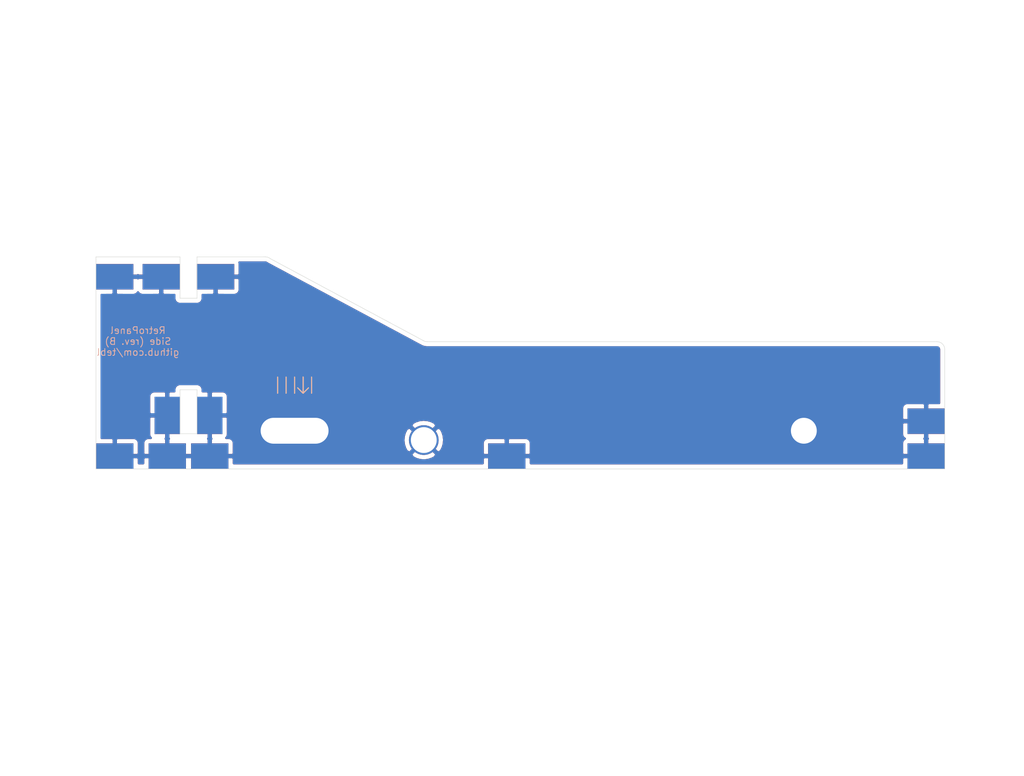
<source format=kicad_pcb>
(kicad_pcb (version 20171130) (host pcbnew "(5.1.8)-1")

  (general
    (thickness 1.6)
    (drawings 48)
    (tracks 0)
    (zones 0)
    (modules 14)
    (nets 2)
  )

  (page A4)
  (layers
    (0 F.Cu signal)
    (31 B.Cu signal)
    (32 B.Adhes user)
    (33 F.Adhes user)
    (34 B.Paste user)
    (35 F.Paste user)
    (36 B.SilkS user)
    (37 F.SilkS user)
    (38 B.Mask user)
    (39 F.Mask user)
    (40 Dwgs.User user)
    (41 Cmts.User user)
    (42 Eco1.User user)
    (43 Eco2.User user)
    (44 Edge.Cuts user)
    (45 Margin user)
    (46 B.CrtYd user)
    (47 F.CrtYd user)
    (48 B.Fab user hide)
    (49 F.Fab user)
  )

  (setup
    (last_trace_width 0.25)
    (trace_clearance 0.2)
    (zone_clearance 0.508)
    (zone_45_only no)
    (trace_min 0.2)
    (via_size 0.8)
    (via_drill 0.4)
    (via_min_size 0.4)
    (via_min_drill 0.3)
    (uvia_size 0.3)
    (uvia_drill 0.1)
    (uvias_allowed no)
    (uvia_min_size 0.2)
    (uvia_min_drill 0.1)
    (edge_width 0.05)
    (segment_width 0.2)
    (pcb_text_width 0.3)
    (pcb_text_size 1.5 1.5)
    (mod_edge_width 0.12)
    (mod_text_size 1 1)
    (mod_text_width 0.15)
    (pad_size 1.524 1.524)
    (pad_drill 0.762)
    (pad_to_mask_clearance 0)
    (aux_axis_origin 0 0)
    (grid_origin 141.09 121.579)
    (visible_elements 7FFFFFFF)
    (pcbplotparams
      (layerselection 0x011fc_ffffffff)
      (usegerberextensions true)
      (usegerberattributes false)
      (usegerberadvancedattributes false)
      (creategerberjobfile false)
      (excludeedgelayer true)
      (linewidth 0.100000)
      (plotframeref false)
      (viasonmask false)
      (mode 1)
      (useauxorigin false)
      (hpglpennumber 1)
      (hpglpenspeed 20)
      (hpglpendiameter 15.000000)
      (psnegative false)
      (psa4output false)
      (plotreference true)
      (plotvalue true)
      (plotinvisibletext false)
      (padsonsilk false)
      (subtractmaskfromsilk false)
      (outputformat 1)
      (mirror false)
      (drillshape 0)
      (scaleselection 1)
      (outputdirectory "export/"))
  )

  (net 0 "")
  (net 1 GND)

  (net_class Default "This is the default net class."
    (clearance 0.2)
    (trace_width 0.25)
    (via_dia 0.8)
    (via_drill 0.4)
    (uvia_dia 0.3)
    (uvia_drill 0.1)
  )

  (net_class PWR ""
    (clearance 0.2)
    (trace_width 0.381)
    (via_dia 0.8)
    (via_drill 0.4)
    (uvia_dia 0.3)
    (uvia_drill 0.1)
    (add_net GND)
  )

  (module mounting:M3_adjustable (layer F.Cu) (tedit 636EE1DE) (tstamp 636F3EDF)
    (at 125 95.5)
    (descr "module 1 pin (ou trou mecanique de percage)")
    (tags DEV)
    (path /6282631C)
    (fp_text reference M1 (at 0 -3.048) (layer F.Fab) hide
      (effects (font (size 1 1) (thickness 0.15)))
    )
    (fp_text value Mounting_Pin (at 0 3) (layer F.Fab) hide
      (effects (font (size 1 1) (thickness 0.15)))
    )
    (fp_circle (center 0 0) (end 2 0.8) (layer F.Fab) (width 0.1))
    (fp_circle (center 0 0) (end 2.6 0) (layer F.CrtYd) (width 0.05))
    (pad 1 thru_hole oval (at 0 0) (size 12 7) (drill oval 8 3.048) (layers *.Cu *.Mask)
      (net 1 GND) (solder_mask_margin 0.8))
  )

  (module RetroPanel:Pad_pin (layer F.Cu) (tedit 6359AF0E) (tstamp 6359B513)
    (at 103.8155 98.4904 270)
    (descr "module 1 pin (ou trou mecanique de percage)")
    (tags DEV)
    (path /637AD750)
    (fp_text reference M10 (at 0 -4.445 90) (layer F.Fab) hide
      (effects (font (size 1 1) (thickness 0.15)))
    )
    (fp_text value Mounting_Pad (at 0 -3.175 90) (layer F.Fab) hide
      (effects (font (size 1 1) (thickness 0.15)))
    )
    (pad 1 smd rect (at 0 0 270) (size 3 4.4) (layers B.Cu B.Paste B.Mask)
      (net 1 GND))
    (pad 1 smd rect (at 0 0 270) (size 3 4.4) (layers F.Cu F.Paste F.Mask)
      (net 1 GND))
  )

  (module RetroPanel:Pad_pin (layer F.Cu) (tedit 6359AF0E) (tstamp 6359AFD2)
    (at 110.0004 93.6898)
    (descr "module 1 pin (ou trou mecanique de percage)")
    (tags DEV)
    (path /637825FA)
    (fp_text reference M5 (at 0 -4.445) (layer F.Fab) hide
      (effects (font (size 1 1) (thickness 0.15)))
    )
    (fp_text value Mounting_Pad (at 0 -3.175) (layer F.Fab) hide
      (effects (font (size 1 1) (thickness 0.15)))
    )
    (pad 1 smd rect (at 0 0) (size 3 4.4) (layers B.Cu B.Paste B.Mask)
      (net 1 GND))
    (pad 1 smd rect (at 0 0) (size 3 4.4) (layers F.Cu F.Paste F.Mask)
      (net 1 GND))
  )

  (module RetroPanel:Pad_pin (layer F.Cu) (tedit 6359AF0E) (tstamp 6359C15B)
    (at 115.0042 98.4904 90)
    (descr "module 1 pin (ou trou mecanique de percage)")
    (tags DEV)
    (path /637928C6)
    (fp_text reference M6 (at 0 -4.445 90) (layer F.Fab) hide
      (effects (font (size 1 1) (thickness 0.15)))
    )
    (fp_text value Mounting_Pad (at 0 -3.175 90) (layer F.Fab) hide
      (effects (font (size 1 1) (thickness 0.15)))
    )
    (pad 1 smd rect (at 0 0 90) (size 3 4.4) (layers B.Cu B.Paste B.Mask)
      (net 1 GND))
    (pad 1 smd rect (at 0 0 90) (size 3 4.4) (layers F.Cu F.Paste F.Mask)
      (net 1 GND))
  )

  (module RetroPanel:Pad_pin (layer F.Cu) (tedit 6359AF0E) (tstamp 6359AC8A)
    (at 109.2892 77.3439 270)
    (descr "module 1 pin (ou trou mecanique de percage)")
    (tags DEV)
    (path /63790274)
    (fp_text reference M7 (at 0 -4.445 90) (layer F.Fab) hide
      (effects (font (size 1 1) (thickness 0.15)))
    )
    (fp_text value Mounting_Pad (at 0 -3.175 90) (layer F.Fab) hide
      (effects (font (size 1 1) (thickness 0.15)))
    )
    (pad 1 smd rect (at 0 0 270) (size 3 4.4) (layers B.Cu B.Paste B.Mask)
      (net 1 GND))
    (pad 1 smd rect (at 0 0 270) (size 3 4.4) (layers F.Cu F.Paste F.Mask)
      (net 1 GND))
  )

  (module RetroPanel:Pad_pin (layer F.Cu) (tedit 6359AF0E) (tstamp 6359B50D)
    (at 150 98.4904 90)
    (descr "module 1 pin (ou trou mecanique de percage)")
    (tags DEV)
    (path /637AD756)
    (fp_text reference M9 (at 0 -4.445 90) (layer F.Fab) hide
      (effects (font (size 1 1) (thickness 0.15)))
    )
    (fp_text value Mounting_Pad (at 0 -3.175 90) (layer F.Fab) hide
      (effects (font (size 1 1) (thickness 0.15)))
    )
    (pad 1 smd rect (at 0 0 90) (size 3 4.4) (layers B.Cu B.Paste B.Mask)
      (net 1 GND))
    (pad 1 smd rect (at 0 0 90) (size 3 4.4) (layers F.Cu F.Paste F.Mask)
      (net 1 GND))
  )

  (module RetroPanel:Pad_pin (layer F.Cu) (tedit 6359AF0E) (tstamp 6359B59F)
    (at 103.8028 77.3439 90)
    (descr "module 1 pin (ou trou mecanique de percage)")
    (tags DEV)
    (path /6378DDBA)
    (fp_text reference M8 (at 0 -4.445 90) (layer F.Fab) hide
      (effects (font (size 1 1) (thickness 0.15)))
    )
    (fp_text value Mounting_Pad (at 0 -3.175 90) (layer F.Fab) hide
      (effects (font (size 1 1) (thickness 0.15)))
    )
    (pad 1 smd rect (at 0 0 90) (size 3 4.4) (layers B.Cu B.Paste B.Mask)
      (net 1 GND))
    (pad 1 smd rect (at 0 0 90) (size 3 4.4) (layers F.Cu F.Paste F.Mask)
      (net 1 GND))
  )

  (module mounting:M3_pin (layer F.Cu) (tedit 5F76331A) (tstamp 6355E063)
    (at 140.22 96.599)
    (descr "module 1 pin (ou trou mecanique de percage)")
    (tags DEV)
    (path /62826D8F)
    (fp_text reference M3 (at 0 -3.048) (layer F.Fab) hide
      (effects (font (size 1 1) (thickness 0.15)))
    )
    (fp_text value Mounting_Pin (at 0 3) (layer F.Fab) hide
      (effects (font (size 1 1) (thickness 0.15)))
    )
    (fp_circle (center 0 0) (end 2.6 0) (layer F.CrtYd) (width 0.05))
    (fp_circle (center 0 0) (end 2 0.8) (layer F.Fab) (width 0.1))
    (pad 1 thru_hole circle (at 0 0) (size 3.5 3.5) (drill 3.048) (layers *.Cu *.Mask)
      (net 1 GND) (solder_mask_margin 0.8))
  )

  (module RetroPanel:Pad_pin (layer F.Cu) (tedit 6359AF0E) (tstamp 6359C1B6)
    (at 115.6901 77.3439 90)
    (descr "module 1 pin (ou trou mecanique de percage)")
    (tags DEV)
    (path /635B1EEE)
    (fp_text reference M4 (at 0 -4.445 90) (layer F.Fab) hide
      (effects (font (size 1 1) (thickness 0.15)))
    )
    (fp_text value Mounting_Pad (at 0 -3.175 90) (layer F.Fab) hide
      (effects (font (size 1 1) (thickness 0.15)))
    )
    (pad 1 smd rect (at 0 0 90) (size 3 4.4) (layers F.Cu F.Paste F.Mask)
      (net 1 GND))
    (pad 1 smd rect (at 0 0 90) (size 3 4.4) (layers B.Cu B.Paste B.Mask)
      (net 1 GND))
  )

  (module RetroPanel:Pad_pin (layer F.Cu) (tedit 6359AF0E) (tstamp 6359C23E)
    (at 115.0042 93.6898)
    (descr "module 1 pin (ou trou mecanique de percage)")
    (tags DEV)
    (path /635B4DD6)
    (fp_text reference M11 (at 0 -4.445) (layer F.Fab) hide
      (effects (font (size 1 1) (thickness 0.15)))
    )
    (fp_text value Mounting_Pad (at 0 -3.175) (layer F.Fab) hide
      (effects (font (size 1 1) (thickness 0.15)))
    )
    (pad 1 smd rect (at 0 0) (size 3 4.4) (layers F.Cu F.Paste F.Mask)
      (net 1 GND))
    (pad 1 smd rect (at 0 0) (size 3 4.4) (layers B.Cu B.Paste B.Mask)
      (net 1 GND))
  )

  (module RetroPanel:Pad_pin (layer F.Cu) (tedit 6359AF0E) (tstamp 6359C28F)
    (at 199.4084 98.4904 90)
    (descr "module 1 pin (ou trou mecanique de percage)")
    (tags DEV)
    (path /635B6874)
    (fp_text reference M12 (at 0 -4.445 90) (layer F.Fab) hide
      (effects (font (size 1 1) (thickness 0.15)))
    )
    (fp_text value Mounting_Pad (at 0 -3.175 90) (layer F.Fab) hide
      (effects (font (size 1 1) (thickness 0.15)))
    )
    (pad 1 smd rect (at 0 0 90) (size 3 4.4) (layers F.Cu F.Paste F.Mask)
      (net 1 GND))
    (pad 1 smd rect (at 0 0 90) (size 3 4.4) (layers B.Cu B.Paste B.Mask)
      (net 1 GND))
  )

  (module RetroPanel:Pad_pin (layer F.Cu) (tedit 6359AF0E) (tstamp 6359C2CD)
    (at 199.4084 94.3756 90)
    (descr "module 1 pin (ou trou mecanique de percage)")
    (tags DEV)
    (path /635B7F85)
    (fp_text reference M13 (at 0 -4.445 90) (layer F.Fab) hide
      (effects (font (size 1 1) (thickness 0.15)))
    )
    (fp_text value Mounting_Pad (at 0 -3.175 90) (layer F.Fab) hide
      (effects (font (size 1 1) (thickness 0.15)))
    )
    (pad 1 smd rect (at 0 0 90) (size 3 4.4) (layers F.Cu F.Paste F.Mask)
      (net 1 GND))
    (pad 1 smd rect (at 0 0 90) (size 3 4.4) (layers B.Cu B.Paste B.Mask)
      (net 1 GND))
  )

  (module RetroPanel:Pad_pin locked (layer F.Cu) (tedit 6359AF0E) (tstamp 636F3BEC)
    (at 110.0004 98.4904 90)
    (descr "module 1 pin (ou trou mecanique de percage)")
    (tags DEV)
    (path /636EFA56)
    (fp_text reference M14 (at 0 -4.445 90) (layer F.Fab) hide
      (effects (font (size 1 1) (thickness 0.15)))
    )
    (fp_text value Mounting_Pad (at 0 -3.175 90) (layer F.Fab) hide
      (effects (font (size 1 1) (thickness 0.15)))
    )
    (pad 1 smd rect (at 0 0 90) (size 3 4.4) (layers F.Cu F.Paste F.Mask)
      (net 1 GND))
    (pad 1 smd rect (at 0 0 90) (size 3 4.4) (layers B.Cu B.Paste B.Mask)
      (net 1 GND))
  )

  (module mounting:M3_big (layer F.Cu) (tedit 636EE274) (tstamp 636F3EB3)
    (at 185 95.5)
    (descr "module 1 pin (ou trou mecanique de percage)")
    (tags DEV)
    (path /62826824)
    (fp_text reference M2 (at 0 -3.048) (layer F.Fab) hide
      (effects (font (size 1 1) (thickness 0.15)))
    )
    (fp_text value Mounting_Pin (at 0 3) (layer F.Fab) hide
      (effects (font (size 1 1) (thickness 0.15)))
    )
    (fp_circle (center 0 0) (end 2 0.8) (layer F.Fab) (width 0.1))
    (fp_circle (center 0 0) (end 2.6 0) (layer F.CrtYd) (width 0.05))
    (pad 1 thru_hole oval (at 0 0) (size 7 7) (drill 3.048) (layers *.Cu *.Mask)
      (net 1 GND) (solder_mask_margin 0.8))
  )

  (gr_line (start 126 91.079) (end 126 89.174) (layer F.SilkS) (width 0.12) (tstamp 636F3F45))
  (gr_line (start 126 91.079) (end 126 89.174) (layer B.SilkS) (width 0.12) (tstamp 636F3F44))
  (gr_line (start 123 91.079) (end 123 89.174) (layer F.SilkS) (width 0.12) (tstamp 636F3F45))
  (gr_line (start 123 91.079) (end 123 89.174) (layer B.SilkS) (width 0.12) (tstamp 636F3F44))
  (gr_line (start 124 91.079) (end 124 89.174) (layer F.SilkS) (width 0.12) (tstamp 636F3F45))
  (gr_line (start 124 91.079) (end 124 89.174) (layer B.SilkS) (width 0.12) (tstamp 636F3F44))
  (gr_line (start 125 91.079) (end 125 89.174) (layer F.SilkS) (width 0.12) (tstamp 636F3F45))
  (gr_line (start 125 91.079) (end 125 89.174) (layer B.SilkS) (width 0.12) (tstamp 636F3F44))
  (gr_line (start 127 91.079) (end 127 89.174) (layer F.SilkS) (width 0.12) (tstamp 636F3F45))
  (gr_line (start 127 91.079) (end 127 89.174) (layer B.SilkS) (width 0.12) (tstamp 636F3F44))
  (gr_line (start 126 91.079) (end 126.635 90.444) (layer F.SilkS) (width 0.12) (tstamp 636F3F2D))
  (gr_line (start 126 91.079) (end 125.365 90.444) (layer B.SilkS) (width 0.12) (tstamp 636F3F2C))
  (gr_line (start 126 91.079) (end 126 89.174) (layer B.SilkS) (width 0.12) (tstamp 636F3F2B))
  (gr_line (start 126 91.079) (end 126.635 90.444) (layer B.SilkS) (width 0.12) (tstamp 636F3F19))
  (gr_line (start 126 91.079) (end 125.365 90.444) (layer F.SilkS) (width 0.12) (tstamp 636F3F18))
  (gr_line (start 126 91.079) (end 126 89.174) (layer F.SilkS) (width 0.12) (tstamp 636F3F11))
  (gr_line (start 140.19 84.88514) (end 122.15 75.216854) (layer Edge.Cuts) (width 0.05) (tstamp 6359C403))
  (gr_arc (start 140.609999 84.174675) (end 140.19 84.88514) (angle -30.58998107) (layer Edge.Cuts) (width 0.05) (tstamp 6359C394))
  (gr_arc (start 121.560001 75.906854) (end 122.15 75.216854) (angle -40.53285608) (layer Edge.Cuts) (width 0.05) (tstamp 6359C394))
  (gr_arc (start 200.69 85.909) (end 201.599999 85.909999) (angle -90.06296237) (layer Edge.Cuts) (width 0.05))
  (gr_line (start 200.689999 84.999) (end 140.61 84.999999) (layer Edge.Cuts) (width 0.05) (tstamp 6359C2F7))
  (gr_line (start 201.6 97.499) (end 201.6 95.899) (layer Dwgs.User) (width 0.05) (tstamp 6359BD39))
  (gr_line (start 101.6 97.4998) (end 101.6 95.8998) (layer Dwgs.User) (width 0.05) (tstamp 6359BCFA))
  (gr_line (start 201.6 95.899) (end 101.6 95.8998) (layer Dwgs.User) (width 0.05) (tstamp 6359BCF9))
  (gr_text "RetroPanel\nSide (rev. B)\ngithub.com/tebl" (at 106.54 84.959) (layer B.SilkS) (tstamp 6286D3C9)
    (effects (font (size 0.8 0.8) (thickness 0.1)) (justify mirror))
  )
  (gr_line (start 111.499 95.8456) (end 113.504 95.8456) (layer Edge.Cuts) (width 0.05) (tstamp 6359BB77))
  (gr_line (start 111.499 90.6656) (end 113.504 90.6656) (layer Edge.Cuts) (width 0.05) (tstamp 6359BB4E))
  (gr_line (start 111.499 90.6656) (end 111.499 95.8456) (layer Edge.Cuts) (width 0.05) (tstamp 6359BB4D))
  (gr_line (start 113.504 90.6656) (end 113.504 95.8456) (layer Edge.Cuts) (width 0.05) (tstamp 6359BB4C))
  (gr_line (start 113.504 75) (end 121.56 74.999) (layer Edge.Cuts) (width 0.05) (tstamp 6359BB2F))
  (gr_line (start 113.504 79.88) (end 113.504 75) (layer Edge.Cuts) (width 0.05) (tstamp 6359BA9E))
  (gr_line (start 111.499 79.88) (end 111.499 75) (layer Edge.Cuts) (width 0.05) (tstamp 6359BB09))
  (gr_line (start 113.504 79.88) (end 111.499 79.88) (layer Edge.Cuts) (width 0.05) (tstamp 6359BB08))
  (gr_line (start 113.4 75) (end 113.4 100) (layer Dwgs.User) (width 0.05) (tstamp 6359B9BF))
  (gr_line (start 111.6 75) (end 111.6 100) (layer Dwgs.User) (width 0.05) (tstamp 6359B9AA))
  (gr_line (start 101.6 99.999) (end 100 100) (layer Dwgs.User) (width 0.05) (tstamp 6359B7D8))
  (gr_line (start 201.6 97.499) (end 101.6 97.4998) (layer Dwgs.User) (width 0.05) (tstamp 6359B7D0))
  (gr_line (start 120.3 99.999) (end 120.3 97.499) (layer Dwgs.User) (width 0.05) (tstamp 6359B7CF))
  (gr_line (start 115.22 99.999) (end 115.22 97.499) (layer Dwgs.User) (width 0.05) (tstamp 6359B7CE))
  (gr_line (start 201.44 97.499) (end 196.36 97.499) (layer Dwgs.User) (width 0.05) (tstamp 6359B7B0))
  (gr_line (start 201.44 99.999) (end 201.44 97.499) (layer Dwgs.User) (width 0.05) (tstamp 6359B7AF))
  (gr_line (start 196.36 99.999) (end 196.36 97.499) (layer Dwgs.User) (width 0.05) (tstamp 6359B7AE))
  (gr_line (start 101.6 75) (end 100 75) (layer Dwgs.User) (width 0.05) (tstamp 6359B717))
  (gr_line (start 100 75) (end 100 100) (layer Dwgs.User) (width 0.05) (tstamp 6359B679))
  (gr_line (start 201.599999 85.909999) (end 201.6 100) (layer Edge.Cuts) (width 0.05) (tstamp 6359B50C))
  (gr_line (start 201.6 100) (end 101.6 100) (layer Edge.Cuts) (width 0.05) (tstamp 6359B504))
  (gr_line (start 111.499 75) (end 101.6 75) (layer Edge.Cuts) (width 0.05) (tstamp 6359B47F))
  (gr_line (start 101.6 75) (end 101.6 100) (layer Edge.Cuts) (width 0.05) (tstamp 6355D8E2))

  (zone (net 1) (net_name GND) (layer B.Cu) (tstamp 0) (hatch edge 0.508)
    (connect_pads (clearance 0.508))
    (min_thickness 0.254)
    (fill yes (arc_segments 32) (thermal_gap 0.508) (thermal_bridge_width 0.508))
    (polygon
      (pts
        (xy 210.94 136.155237) (xy 90.29 136.155237) (xy 90.29 44.715237) (xy 210.94 44.715237)
      )
    )
    (filled_polygon
      (pts
        (xy 121.607527 75.666825) (xy 121.653242 75.680627) (xy 121.706346 75.708863) (xy 121.715386 75.715691) (xy 121.728707 75.729042)
        (xy 121.80966 75.783263) (xy 139.906808 85.482177) (xy 139.915832 85.485927) (xy 140.001056 85.528408) (xy 140.048879 85.546665)
        (xy 140.095929 85.566831) (xy 140.104732 85.569556) (xy 140.258933 85.616112) (xy 140.317604 85.627729) (xy 140.376125 85.640168)
        (xy 140.38529 85.641131) (xy 140.545596 85.656849) (xy 140.545602 85.656849) (xy 140.577592 85.659999) (xy 200.65772 85.659)
        (xy 200.737944 85.666866) (xy 200.784061 85.68079) (xy 200.826594 85.703405) (xy 200.863929 85.733854) (xy 200.894637 85.770973)
        (xy 200.917546 85.813343) (xy 200.931794 85.859371) (xy 200.939999 85.937434) (xy 200.94 92.238601) (xy 199.69415 92.2406)
        (xy 199.5354 92.39935) (xy 199.5354 94.2486) (xy 199.5554 94.2486) (xy 199.5554 94.5026) (xy 199.5354 94.5026)
        (xy 199.5354 96.35185) (xy 199.61655 96.433) (xy 199.5354 96.51415) (xy 199.5354 98.3634) (xy 199.5554 98.3634)
        (xy 199.5554 98.6174) (xy 199.5354 98.6174) (xy 199.5354 98.6374) (xy 199.2814 98.6374) (xy 199.2814 98.6174)
        (xy 196.73215 98.6174) (xy 196.5734 98.77615) (xy 196.571973 99.34) (xy 152.836427 99.34) (xy 152.835 98.77615)
        (xy 152.67625 98.6174) (xy 150.127 98.6174) (xy 150.127 98.6374) (xy 149.873 98.6374) (xy 149.873 98.6174)
        (xy 147.32375 98.6174) (xy 147.165 98.77615) (xy 147.163573 99.34) (xy 117.840627 99.34) (xy 117.8392 98.77615)
        (xy 117.68045 98.6174) (xy 115.1312 98.6174) (xy 115.1312 98.6374) (xy 114.8772 98.6374) (xy 114.8772 98.6174)
        (xy 110.1274 98.6174) (xy 110.1274 98.6374) (xy 109.8734 98.6374) (xy 109.8734 98.6174) (xy 107.32415 98.6174)
        (xy 107.1654 98.77615) (xy 107.163973 99.34) (xy 106.651927 99.34) (xy 106.6505 98.77615) (xy 106.49175 98.6174)
        (xy 103.9425 98.6174) (xy 103.9425 98.6374) (xy 103.6885 98.6374) (xy 103.6885 98.6174) (xy 103.6685 98.6174)
        (xy 103.6685 98.3634) (xy 103.6885 98.3634) (xy 103.6885 96.51415) (xy 103.9425 96.51415) (xy 103.9425 98.3634)
        (xy 106.49175 98.3634) (xy 106.6505 98.20465) (xy 106.653572 96.9904) (xy 107.162328 96.9904) (xy 107.1654 98.20465)
        (xy 107.32415 98.3634) (xy 109.8734 98.3634) (xy 109.8734 96.51415) (xy 109.79935 96.4401) (xy 109.8734 96.36605)
        (xy 109.8734 93.8168) (xy 108.02415 93.8168) (xy 107.8654 93.97555) (xy 107.862328 95.8898) (xy 107.874588 96.014282)
        (xy 107.910898 96.13398) (xy 107.969863 96.244294) (xy 108.049215 96.340985) (xy 108.063551 96.35275) (xy 107.8004 96.352328)
        (xy 107.675918 96.364588) (xy 107.55622 96.400898) (xy 107.445906 96.459863) (xy 107.349215 96.539215) (xy 107.269863 96.635906)
        (xy 107.210898 96.74622) (xy 107.174588 96.865918) (xy 107.162328 96.9904) (xy 106.653572 96.9904) (xy 106.641312 96.865918)
        (xy 106.605002 96.74622) (xy 106.546037 96.635906) (xy 106.466685 96.539215) (xy 106.369994 96.459863) (xy 106.25968 96.400898)
        (xy 106.139982 96.364588) (xy 106.0155 96.352328) (xy 104.10125 96.3554) (xy 103.9425 96.51415) (xy 103.6885 96.51415)
        (xy 103.52975 96.3554) (xy 102.26 96.353362) (xy 102.26 91.4898) (xy 107.862328 91.4898) (xy 107.8654 93.40405)
        (xy 108.02415 93.5628) (xy 109.8734 93.5628) (xy 109.8734 91.01355) (xy 110.1274 91.01355) (xy 110.1274 93.5628)
        (xy 110.1474 93.5628) (xy 110.1474 93.8168) (xy 110.1274 93.8168) (xy 110.1274 96.36605) (xy 110.20145 96.4401)
        (xy 110.1274 96.51415) (xy 110.1274 98.3634) (xy 114.8772 98.3634) (xy 114.8772 96.51415) (xy 114.80315 96.4401)
        (xy 114.8772 96.36605) (xy 114.8772 93.8168) (xy 115.1312 93.8168) (xy 115.1312 96.36605) (xy 115.20525 96.4401)
        (xy 115.1312 96.51415) (xy 115.1312 98.3634) (xy 117.68045 98.3634) (xy 117.8392 98.20465) (xy 117.842272 96.9904)
        (xy 117.830012 96.865918) (xy 117.793702 96.74622) (xy 117.734737 96.635906) (xy 117.655385 96.539215) (xy 117.558694 96.459863)
        (xy 117.44838 96.400898) (xy 117.328682 96.364588) (xy 117.2042 96.352328) (xy 116.941049 96.35275) (xy 116.955385 96.340985)
        (xy 117.034737 96.244294) (xy 117.093702 96.13398) (xy 117.111195 96.076312) (xy 119.423149 96.076312) (xy 119.536007 96.48671)
        (xy 119.780653 96.997224) (xy 120.120195 97.450201) (xy 120.541584 97.828233) (xy 121.028626 98.116792) (xy 121.562605 98.304789)
        (xy 122.123 98.385) (xy 124.873 98.385) (xy 124.873 95.627) (xy 125.127 95.627) (xy 125.127 98.385)
        (xy 127.877 98.385) (xy 128.437395 98.304789) (xy 128.540159 98.268609) (xy 138.729997 98.268609) (xy 138.916073 98.609766)
        (xy 139.333409 98.825513) (xy 139.784815 98.955696) (xy 140.252946 98.995313) (xy 140.719811 98.942842) (xy 141.167468 98.800297)
        (xy 141.523927 98.609766) (xy 141.710003 98.268609) (xy 140.22 96.778605) (xy 138.729997 98.268609) (xy 128.540159 98.268609)
        (xy 128.971374 98.116792) (xy 129.458416 97.828233) (xy 129.879805 97.450201) (xy 130.219347 96.997224) (xy 130.394393 96.631946)
        (xy 137.823687 96.631946) (xy 137.876158 97.098811) (xy 138.018703 97.546468) (xy 138.209234 97.902927) (xy 138.550391 98.089003)
        (xy 140.040395 96.599) (xy 140.399605 96.599) (xy 141.889609 98.089003) (xy 142.230766 97.902927) (xy 142.446513 97.485591)
        (xy 142.576696 97.034185) (xy 142.580401 96.9904) (xy 147.161928 96.9904) (xy 147.165 98.20465) (xy 147.32375 98.3634)
        (xy 149.873 98.3634) (xy 149.873 96.51415) (xy 150.127 96.51415) (xy 150.127 98.3634) (xy 152.67625 98.3634)
        (xy 152.835 98.20465) (xy 152.837618 97.169609) (xy 183.509997 97.169609) (xy 183.696073 97.510766) (xy 184.113409 97.726513)
        (xy 184.564815 97.856696) (xy 185.032946 97.896313) (xy 185.499811 97.843842) (xy 185.947468 97.701297) (xy 186.303927 97.510766)
        (xy 186.490003 97.169609) (xy 185 95.679605) (xy 183.509997 97.169609) (xy 152.837618 97.169609) (xy 152.838072 96.9904)
        (xy 152.825812 96.865918) (xy 152.789502 96.74622) (xy 152.730537 96.635906) (xy 152.651185 96.539215) (xy 152.554494 96.459863)
        (xy 152.44418 96.400898) (xy 152.324482 96.364588) (xy 152.2 96.352328) (xy 150.28575 96.3554) (xy 150.127 96.51415)
        (xy 149.873 96.51415) (xy 149.71425 96.3554) (xy 147.8 96.352328) (xy 147.675518 96.364588) (xy 147.55582 96.400898)
        (xy 147.445506 96.459863) (xy 147.348815 96.539215) (xy 147.269463 96.635906) (xy 147.210498 96.74622) (xy 147.174188 96.865918)
        (xy 147.161928 96.9904) (xy 142.580401 96.9904) (xy 142.616313 96.566054) (xy 142.563842 96.099189) (xy 142.421297 95.651532)
        (xy 142.357912 95.532946) (xy 182.603687 95.532946) (xy 182.656158 95.999811) (xy 182.798703 96.447468) (xy 182.989234 96.803927)
        (xy 183.330391 96.990003) (xy 184.820395 95.5) (xy 185.179605 95.5) (xy 186.669609 96.990003) (xy 187.010766 96.803927)
        (xy 187.226513 96.386591) (xy 187.356696 95.935185) (xy 187.361738 95.8756) (xy 196.570328 95.8756) (xy 196.582588 96.000082)
        (xy 196.618898 96.11978) (xy 196.677863 96.230094) (xy 196.757215 96.326785) (xy 196.853906 96.406137) (xy 196.904162 96.433)
        (xy 196.853906 96.459863) (xy 196.757215 96.539215) (xy 196.677863 96.635906) (xy 196.618898 96.74622) (xy 196.582588 96.865918)
        (xy 196.570328 96.9904) (xy 196.5734 98.20465) (xy 196.73215 98.3634) (xy 199.2814 98.3634) (xy 199.2814 96.51415)
        (xy 199.20025 96.433) (xy 199.2814 96.35185) (xy 199.2814 94.5026) (xy 196.73215 94.5026) (xy 196.5734 94.66135)
        (xy 196.570328 95.8756) (xy 187.361738 95.8756) (xy 187.396313 95.467054) (xy 187.343842 95.000189) (xy 187.201297 94.552532)
        (xy 187.010766 94.196073) (xy 186.669609 94.009997) (xy 185.179605 95.5) (xy 184.820395 95.5) (xy 183.330391 94.009997)
        (xy 182.989234 94.196073) (xy 182.773487 94.613409) (xy 182.643304 95.064815) (xy 182.603687 95.532946) (xy 142.357912 95.532946)
        (xy 142.230766 95.295073) (xy 141.889609 95.108997) (xy 140.399605 96.599) (xy 140.040395 96.599) (xy 138.550391 95.108997)
        (xy 138.209234 95.295073) (xy 137.993487 95.712409) (xy 137.863304 96.163815) (xy 137.823687 96.631946) (xy 130.394393 96.631946)
        (xy 130.463993 96.48671) (xy 130.576851 96.076312) (xy 130.47329 95.627) (xy 125.127 95.627) (xy 124.873 95.627)
        (xy 119.52671 95.627) (xy 119.423149 96.076312) (xy 117.111195 96.076312) (xy 117.130012 96.014282) (xy 117.142272 95.8898)
        (xy 117.140722 94.923688) (xy 119.423149 94.923688) (xy 119.52671 95.373) (xy 124.873 95.373) (xy 124.873 92.615)
        (xy 125.127 92.615) (xy 125.127 95.373) (xy 130.47329 95.373) (xy 130.575536 94.929391) (xy 138.729997 94.929391)
        (xy 140.22 96.419395) (xy 141.710003 94.929391) (xy 141.523927 94.588234) (xy 141.106591 94.372487) (xy 140.655185 94.242304)
        (xy 140.187054 94.202687) (xy 139.720189 94.255158) (xy 139.272532 94.397703) (xy 138.916073 94.588234) (xy 138.729997 94.929391)
        (xy 130.575536 94.929391) (xy 130.576851 94.923688) (xy 130.463993 94.51329) (xy 130.219347 94.002776) (xy 130.090131 93.830391)
        (xy 183.509997 93.830391) (xy 185 95.320395) (xy 186.490003 93.830391) (xy 186.303927 93.489234) (xy 185.886591 93.273487)
        (xy 185.435185 93.143304) (xy 184.967054 93.103687) (xy 184.500189 93.156158) (xy 184.052532 93.298703) (xy 183.696073 93.489234)
        (xy 183.509997 93.830391) (xy 130.090131 93.830391) (xy 129.879805 93.549799) (xy 129.458416 93.171767) (xy 128.971374 92.883208)
        (xy 128.949765 92.8756) (xy 196.570328 92.8756) (xy 196.5734 94.08985) (xy 196.73215 94.2486) (xy 199.2814 94.2486)
        (xy 199.2814 92.39935) (xy 199.12265 92.2406) (xy 197.2084 92.237528) (xy 197.083918 92.249788) (xy 196.96422 92.286098)
        (xy 196.853906 92.345063) (xy 196.757215 92.424415) (xy 196.677863 92.521106) (xy 196.618898 92.63142) (xy 196.582588 92.751118)
        (xy 196.570328 92.8756) (xy 128.949765 92.8756) (xy 128.437395 92.695211) (xy 127.877 92.615) (xy 125.127 92.615)
        (xy 124.873 92.615) (xy 122.123 92.615) (xy 121.562605 92.695211) (xy 121.028626 92.883208) (xy 120.541584 93.171767)
        (xy 120.120195 93.549799) (xy 119.780653 94.002776) (xy 119.536007 94.51329) (xy 119.423149 94.923688) (xy 117.140722 94.923688)
        (xy 117.1392 93.97555) (xy 116.98045 93.8168) (xy 115.1312 93.8168) (xy 114.8772 93.8168) (xy 114.8572 93.8168)
        (xy 114.8572 93.5628) (xy 114.8772 93.5628) (xy 114.8772 91.01355) (xy 115.1312 91.01355) (xy 115.1312 93.5628)
        (xy 116.98045 93.5628) (xy 117.1392 93.40405) (xy 117.142272 91.4898) (xy 117.130012 91.365318) (xy 117.093702 91.24562)
        (xy 117.034737 91.135306) (xy 116.955385 91.038615) (xy 116.858694 90.959263) (xy 116.74838 90.900298) (xy 116.628682 90.863988)
        (xy 116.5042 90.851728) (xy 115.28995 90.8548) (xy 115.1312 91.01355) (xy 114.8772 91.01355) (xy 114.71845 90.8548)
        (xy 114.164 90.853397) (xy 114.164 90.698019) (xy 114.167193 90.6656) (xy 114.15445 90.536217) (xy 114.11671 90.411807)
        (xy 114.055425 90.29715) (xy 113.972948 90.196652) (xy 113.87245 90.114175) (xy 113.757793 90.05289) (xy 113.633383 90.01515)
        (xy 113.536419 90.0056) (xy 113.504 90.002407) (xy 113.471581 90.0056) (xy 111.531419 90.0056) (xy 111.499 90.002407)
        (xy 111.466581 90.0056) (xy 111.369617 90.01515) (xy 111.245207 90.05289) (xy 111.13055 90.114175) (xy 111.030052 90.196652)
        (xy 110.947575 90.29715) (xy 110.88629 90.411807) (xy 110.84855 90.536217) (xy 110.835807 90.6656) (xy 110.839 90.698019)
        (xy 110.839 90.853401) (xy 110.28615 90.8548) (xy 110.1274 91.01355) (xy 109.8734 91.01355) (xy 109.71465 90.8548)
        (xy 108.5004 90.851728) (xy 108.375918 90.863988) (xy 108.25622 90.900298) (xy 108.145906 90.959263) (xy 108.049215 91.038615)
        (xy 107.969863 91.135306) (xy 107.910898 91.24562) (xy 107.874588 91.365318) (xy 107.862328 91.4898) (xy 102.26 91.4898)
        (xy 102.26 79.480917) (xy 103.51705 79.4789) (xy 103.6758 79.32015) (xy 103.6758 77.4709) (xy 103.9298 77.4709)
        (xy 103.9298 79.32015) (xy 104.08855 79.4789) (xy 106.0028 79.481972) (xy 106.127282 79.469712) (xy 106.24698 79.433402)
        (xy 106.357294 79.374437) (xy 106.453985 79.295085) (xy 106.533337 79.198394) (xy 106.546 79.174704) (xy 106.558663 79.198394)
        (xy 106.638015 79.295085) (xy 106.734706 79.374437) (xy 106.84502 79.433402) (xy 106.964718 79.469712) (xy 107.0892 79.481972)
        (xy 109.00345 79.4789) (xy 109.1622 79.32015) (xy 109.1622 77.4709) (xy 106.61295 77.4709) (xy 106.546 77.53785)
        (xy 106.47905 77.4709) (xy 103.9298 77.4709) (xy 103.6758 77.4709) (xy 103.6558 77.4709) (xy 103.6558 77.2169)
        (xy 103.6758 77.2169) (xy 103.6758 77.1969) (xy 103.9298 77.1969) (xy 103.9298 77.2169) (xy 106.47905 77.2169)
        (xy 106.546 77.14995) (xy 106.61295 77.2169) (xy 109.1622 77.2169) (xy 109.1622 77.1969) (xy 109.4162 77.1969)
        (xy 109.4162 77.2169) (xy 109.4362 77.2169) (xy 109.4362 77.4709) (xy 109.4162 77.4709) (xy 109.4162 79.32015)
        (xy 109.57495 79.4789) (xy 110.839 79.480929) (xy 110.839 79.847581) (xy 110.835807 79.88) (xy 110.84855 80.009383)
        (xy 110.88629 80.133793) (xy 110.947575 80.24845) (xy 111.030052 80.348948) (xy 111.13055 80.431425) (xy 111.245207 80.49271)
        (xy 111.369617 80.53045) (xy 111.499 80.543193) (xy 111.531419 80.54) (xy 113.471581 80.54) (xy 113.504 80.543193)
        (xy 113.536419 80.54) (xy 113.633383 80.53045) (xy 113.757793 80.49271) (xy 113.87245 80.431425) (xy 113.972948 80.348948)
        (xy 114.055425 80.24845) (xy 114.11671 80.133793) (xy 114.15445 80.009383) (xy 114.167193 79.88) (xy 114.164 79.847581)
        (xy 114.164 79.480891) (xy 115.40435 79.4789) (xy 115.5631 79.32015) (xy 115.5631 77.4709) (xy 115.8171 77.4709)
        (xy 115.8171 79.32015) (xy 115.97585 79.4789) (xy 117.8901 79.481972) (xy 118.014582 79.469712) (xy 118.13428 79.433402)
        (xy 118.244594 79.374437) (xy 118.341285 79.295085) (xy 118.420637 79.198394) (xy 118.479602 79.08808) (xy 118.515912 78.968382)
        (xy 118.528172 78.8439) (xy 118.5251 77.62965) (xy 118.36635 77.4709) (xy 115.8171 77.4709) (xy 115.5631 77.4709)
        (xy 115.5431 77.4709) (xy 115.5431 77.2169) (xy 115.5631 77.2169) (xy 115.5631 77.1969) (xy 115.8171 77.1969)
        (xy 115.8171 77.2169) (xy 118.36635 77.2169) (xy 118.5251 77.05815) (xy 118.528172 75.8439) (xy 118.515912 75.719418)
        (xy 118.4977 75.65938) (xy 121.527752 75.659003)
      )
    )
  )
  (zone (net 1) (net_name GND) (layer F.Cu) (tstamp 0) (hatch edge 0.508)
    (connect_pads (clearance 0.508))
    (min_thickness 0.254)
    (fill yes (arc_segments 32) (thermal_gap 0.508) (thermal_bridge_width 0.508))
    (polygon
      (pts
        (xy 210.94 136.184) (xy 90.29 136.184) (xy 90.29 44.744) (xy 210.94 44.744)
      )
    )
    (filled_polygon
      (pts
        (xy 121.607527 75.666825) (xy 121.653242 75.680627) (xy 121.706346 75.708863) (xy 121.715386 75.715691) (xy 121.728707 75.729042)
        (xy 121.80966 75.783263) (xy 139.906808 85.482177) (xy 139.915832 85.485927) (xy 140.001056 85.528408) (xy 140.048879 85.546665)
        (xy 140.095929 85.566831) (xy 140.104732 85.569556) (xy 140.258933 85.616112) (xy 140.317604 85.627729) (xy 140.376125 85.640168)
        (xy 140.38529 85.641131) (xy 140.545596 85.656849) (xy 140.545602 85.656849) (xy 140.577592 85.659999) (xy 200.65772 85.659)
        (xy 200.737944 85.666866) (xy 200.784061 85.68079) (xy 200.826594 85.703405) (xy 200.863929 85.733854) (xy 200.894637 85.770973)
        (xy 200.917546 85.813343) (xy 200.931794 85.859371) (xy 200.939999 85.937434) (xy 200.94 92.238601) (xy 199.69415 92.2406)
        (xy 199.5354 92.39935) (xy 199.5354 94.2486) (xy 199.5554 94.2486) (xy 199.5554 94.5026) (xy 199.5354 94.5026)
        (xy 199.5354 96.35185) (xy 199.61655 96.433) (xy 199.5354 96.51415) (xy 199.5354 98.3634) (xy 199.5554 98.3634)
        (xy 199.5554 98.6174) (xy 199.5354 98.6174) (xy 199.5354 98.6374) (xy 199.2814 98.6374) (xy 199.2814 98.6174)
        (xy 196.73215 98.6174) (xy 196.5734 98.77615) (xy 196.571973 99.34) (xy 152.836427 99.34) (xy 152.835 98.77615)
        (xy 152.67625 98.6174) (xy 150.127 98.6174) (xy 150.127 98.6374) (xy 149.873 98.6374) (xy 149.873 98.6174)
        (xy 147.32375 98.6174) (xy 147.165 98.77615) (xy 147.163573 99.34) (xy 117.840627 99.34) (xy 117.8392 98.77615)
        (xy 117.68045 98.6174) (xy 115.1312 98.6174) (xy 115.1312 98.6374) (xy 114.8772 98.6374) (xy 114.8772 98.6174)
        (xy 110.1274 98.6174) (xy 110.1274 98.6374) (xy 109.8734 98.6374) (xy 109.8734 98.6174) (xy 107.32415 98.6174)
        (xy 107.1654 98.77615) (xy 107.163973 99.34) (xy 106.651927 99.34) (xy 106.6505 98.77615) (xy 106.49175 98.6174)
        (xy 103.9425 98.6174) (xy 103.9425 98.6374) (xy 103.6885 98.6374) (xy 103.6885 98.6174) (xy 103.6685 98.6174)
        (xy 103.6685 98.3634) (xy 103.6885 98.3634) (xy 103.6885 96.51415) (xy 103.9425 96.51415) (xy 103.9425 98.3634)
        (xy 106.49175 98.3634) (xy 106.6505 98.20465) (xy 106.653572 96.9904) (xy 107.162328 96.9904) (xy 107.1654 98.20465)
        (xy 107.32415 98.3634) (xy 109.8734 98.3634) (xy 109.8734 96.51415) (xy 109.79935 96.4401) (xy 109.8734 96.36605)
        (xy 109.8734 93.8168) (xy 108.02415 93.8168) (xy 107.8654 93.97555) (xy 107.862328 95.8898) (xy 107.874588 96.014282)
        (xy 107.910898 96.13398) (xy 107.969863 96.244294) (xy 108.049215 96.340985) (xy 108.063551 96.35275) (xy 107.8004 96.352328)
        (xy 107.675918 96.364588) (xy 107.55622 96.400898) (xy 107.445906 96.459863) (xy 107.349215 96.539215) (xy 107.269863 96.635906)
        (xy 107.210898 96.74622) (xy 107.174588 96.865918) (xy 107.162328 96.9904) (xy 106.653572 96.9904) (xy 106.641312 96.865918)
        (xy 106.605002 96.74622) (xy 106.546037 96.635906) (xy 106.466685 96.539215) (xy 106.369994 96.459863) (xy 106.25968 96.400898)
        (xy 106.139982 96.364588) (xy 106.0155 96.352328) (xy 104.10125 96.3554) (xy 103.9425 96.51415) (xy 103.6885 96.51415)
        (xy 103.52975 96.3554) (xy 102.26 96.353362) (xy 102.26 91.4898) (xy 107.862328 91.4898) (xy 107.8654 93.40405)
        (xy 108.02415 93.5628) (xy 109.8734 93.5628) (xy 109.8734 91.01355) (xy 110.1274 91.01355) (xy 110.1274 93.5628)
        (xy 110.1474 93.5628) (xy 110.1474 93.8168) (xy 110.1274 93.8168) (xy 110.1274 96.36605) (xy 110.20145 96.4401)
        (xy 110.1274 96.51415) (xy 110.1274 98.3634) (xy 114.8772 98.3634) (xy 114.8772 96.51415) (xy 114.80315 96.4401)
        (xy 114.8772 96.36605) (xy 114.8772 93.8168) (xy 115.1312 93.8168) (xy 115.1312 96.36605) (xy 115.20525 96.4401)
        (xy 115.1312 96.51415) (xy 115.1312 98.3634) (xy 117.68045 98.3634) (xy 117.8392 98.20465) (xy 117.842272 96.9904)
        (xy 117.830012 96.865918) (xy 117.793702 96.74622) (xy 117.734737 96.635906) (xy 117.655385 96.539215) (xy 117.558694 96.459863)
        (xy 117.44838 96.400898) (xy 117.328682 96.364588) (xy 117.2042 96.352328) (xy 116.941049 96.35275) (xy 116.955385 96.340985)
        (xy 117.034737 96.244294) (xy 117.093702 96.13398) (xy 117.111195 96.076312) (xy 119.423149 96.076312) (xy 119.536007 96.48671)
        (xy 119.780653 96.997224) (xy 120.120195 97.450201) (xy 120.541584 97.828233) (xy 121.028626 98.116792) (xy 121.562605 98.304789)
        (xy 122.123 98.385) (xy 124.873 98.385) (xy 124.873 95.627) (xy 125.127 95.627) (xy 125.127 98.385)
        (xy 127.877 98.385) (xy 128.437395 98.304789) (xy 128.540159 98.268609) (xy 138.729997 98.268609) (xy 138.916073 98.609766)
        (xy 139.333409 98.825513) (xy 139.784815 98.955696) (xy 140.252946 98.995313) (xy 140.719811 98.942842) (xy 141.167468 98.800297)
        (xy 141.523927 98.609766) (xy 141.710003 98.268609) (xy 140.22 96.778605) (xy 138.729997 98.268609) (xy 128.540159 98.268609)
        (xy 128.971374 98.116792) (xy 129.458416 97.828233) (xy 129.879805 97.450201) (xy 130.219347 96.997224) (xy 130.394393 96.631946)
        (xy 137.823687 96.631946) (xy 137.876158 97.098811) (xy 138.018703 97.546468) (xy 138.209234 97.902927) (xy 138.550391 98.089003)
        (xy 140.040395 96.599) (xy 140.399605 96.599) (xy 141.889609 98.089003) (xy 142.230766 97.902927) (xy 142.446513 97.485591)
        (xy 142.576696 97.034185) (xy 142.580401 96.9904) (xy 147.161928 96.9904) (xy 147.165 98.20465) (xy 147.32375 98.3634)
        (xy 149.873 98.3634) (xy 149.873 96.51415) (xy 150.127 96.51415) (xy 150.127 98.3634) (xy 152.67625 98.3634)
        (xy 152.835 98.20465) (xy 152.837618 97.169609) (xy 183.509997 97.169609) (xy 183.696073 97.510766) (xy 184.113409 97.726513)
        (xy 184.564815 97.856696) (xy 185.032946 97.896313) (xy 185.499811 97.843842) (xy 185.947468 97.701297) (xy 186.303927 97.510766)
        (xy 186.490003 97.169609) (xy 185 95.679605) (xy 183.509997 97.169609) (xy 152.837618 97.169609) (xy 152.838072 96.9904)
        (xy 152.825812 96.865918) (xy 152.789502 96.74622) (xy 152.730537 96.635906) (xy 152.651185 96.539215) (xy 152.554494 96.459863)
        (xy 152.44418 96.400898) (xy 152.324482 96.364588) (xy 152.2 96.352328) (xy 150.28575 96.3554) (xy 150.127 96.51415)
        (xy 149.873 96.51415) (xy 149.71425 96.3554) (xy 147.8 96.352328) (xy 147.675518 96.364588) (xy 147.55582 96.400898)
        (xy 147.445506 96.459863) (xy 147.348815 96.539215) (xy 147.269463 96.635906) (xy 147.210498 96.74622) (xy 147.174188 96.865918)
        (xy 147.161928 96.9904) (xy 142.580401 96.9904) (xy 142.616313 96.566054) (xy 142.563842 96.099189) (xy 142.421297 95.651532)
        (xy 142.357912 95.532946) (xy 182.603687 95.532946) (xy 182.656158 95.999811) (xy 182.798703 96.447468) (xy 182.989234 96.803927)
        (xy 183.330391 96.990003) (xy 184.820395 95.5) (xy 185.179605 95.5) (xy 186.669609 96.990003) (xy 187.010766 96.803927)
        (xy 187.226513 96.386591) (xy 187.356696 95.935185) (xy 187.361738 95.8756) (xy 196.570328 95.8756) (xy 196.582588 96.000082)
        (xy 196.618898 96.11978) (xy 196.677863 96.230094) (xy 196.757215 96.326785) (xy 196.853906 96.406137) (xy 196.904162 96.433)
        (xy 196.853906 96.459863) (xy 196.757215 96.539215) (xy 196.677863 96.635906) (xy 196.618898 96.74622) (xy 196.582588 96.865918)
        (xy 196.570328 96.9904) (xy 196.5734 98.20465) (xy 196.73215 98.3634) (xy 199.2814 98.3634) (xy 199.2814 96.51415)
        (xy 199.20025 96.433) (xy 199.2814 96.35185) (xy 199.2814 94.5026) (xy 196.73215 94.5026) (xy 196.5734 94.66135)
        (xy 196.570328 95.8756) (xy 187.361738 95.8756) (xy 187.396313 95.467054) (xy 187.343842 95.000189) (xy 187.201297 94.552532)
        (xy 187.010766 94.196073) (xy 186.669609 94.009997) (xy 185.179605 95.5) (xy 184.820395 95.5) (xy 183.330391 94.009997)
        (xy 182.989234 94.196073) (xy 182.773487 94.613409) (xy 182.643304 95.064815) (xy 182.603687 95.532946) (xy 142.357912 95.532946)
        (xy 142.230766 95.295073) (xy 141.889609 95.108997) (xy 140.399605 96.599) (xy 140.040395 96.599) (xy 138.550391 95.108997)
        (xy 138.209234 95.295073) (xy 137.993487 95.712409) (xy 137.863304 96.163815) (xy 137.823687 96.631946) (xy 130.394393 96.631946)
        (xy 130.463993 96.48671) (xy 130.576851 96.076312) (xy 130.47329 95.627) (xy 125.127 95.627) (xy 124.873 95.627)
        (xy 119.52671 95.627) (xy 119.423149 96.076312) (xy 117.111195 96.076312) (xy 117.130012 96.014282) (xy 117.142272 95.8898)
        (xy 117.140722 94.923688) (xy 119.423149 94.923688) (xy 119.52671 95.373) (xy 124.873 95.373) (xy 124.873 92.615)
        (xy 125.127 92.615) (xy 125.127 95.373) (xy 130.47329 95.373) (xy 130.575536 94.929391) (xy 138.729997 94.929391)
        (xy 140.22 96.419395) (xy 141.710003 94.929391) (xy 141.523927 94.588234) (xy 141.106591 94.372487) (xy 140.655185 94.242304)
        (xy 140.187054 94.202687) (xy 139.720189 94.255158) (xy 139.272532 94.397703) (xy 138.916073 94.588234) (xy 138.729997 94.929391)
        (xy 130.575536 94.929391) (xy 130.576851 94.923688) (xy 130.463993 94.51329) (xy 130.219347 94.002776) (xy 130.090131 93.830391)
        (xy 183.509997 93.830391) (xy 185 95.320395) (xy 186.490003 93.830391) (xy 186.303927 93.489234) (xy 185.886591 93.273487)
        (xy 185.435185 93.143304) (xy 184.967054 93.103687) (xy 184.500189 93.156158) (xy 184.052532 93.298703) (xy 183.696073 93.489234)
        (xy 183.509997 93.830391) (xy 130.090131 93.830391) (xy 129.879805 93.549799) (xy 129.458416 93.171767) (xy 128.971374 92.883208)
        (xy 128.949765 92.8756) (xy 196.570328 92.8756) (xy 196.5734 94.08985) (xy 196.73215 94.2486) (xy 199.2814 94.2486)
        (xy 199.2814 92.39935) (xy 199.12265 92.2406) (xy 197.2084 92.237528) (xy 197.083918 92.249788) (xy 196.96422 92.286098)
        (xy 196.853906 92.345063) (xy 196.757215 92.424415) (xy 196.677863 92.521106) (xy 196.618898 92.63142) (xy 196.582588 92.751118)
        (xy 196.570328 92.8756) (xy 128.949765 92.8756) (xy 128.437395 92.695211) (xy 127.877 92.615) (xy 125.127 92.615)
        (xy 124.873 92.615) (xy 122.123 92.615) (xy 121.562605 92.695211) (xy 121.028626 92.883208) (xy 120.541584 93.171767)
        (xy 120.120195 93.549799) (xy 119.780653 94.002776) (xy 119.536007 94.51329) (xy 119.423149 94.923688) (xy 117.140722 94.923688)
        (xy 117.1392 93.97555) (xy 116.98045 93.8168) (xy 115.1312 93.8168) (xy 114.8772 93.8168) (xy 114.8572 93.8168)
        (xy 114.8572 93.5628) (xy 114.8772 93.5628) (xy 114.8772 91.01355) (xy 115.1312 91.01355) (xy 115.1312 93.5628)
        (xy 116.98045 93.5628) (xy 117.1392 93.40405) (xy 117.142272 91.4898) (xy 117.130012 91.365318) (xy 117.093702 91.24562)
        (xy 117.034737 91.135306) (xy 116.955385 91.038615) (xy 116.858694 90.959263) (xy 116.74838 90.900298) (xy 116.628682 90.863988)
        (xy 116.5042 90.851728) (xy 115.28995 90.8548) (xy 115.1312 91.01355) (xy 114.8772 91.01355) (xy 114.71845 90.8548)
        (xy 114.164 90.853397) (xy 114.164 90.698019) (xy 114.167193 90.6656) (xy 114.15445 90.536217) (xy 114.11671 90.411807)
        (xy 114.055425 90.29715) (xy 113.972948 90.196652) (xy 113.87245 90.114175) (xy 113.757793 90.05289) (xy 113.633383 90.01515)
        (xy 113.536419 90.0056) (xy 113.504 90.002407) (xy 113.471581 90.0056) (xy 111.531419 90.0056) (xy 111.499 90.002407)
        (xy 111.466581 90.0056) (xy 111.369617 90.01515) (xy 111.245207 90.05289) (xy 111.13055 90.114175) (xy 111.030052 90.196652)
        (xy 110.947575 90.29715) (xy 110.88629 90.411807) (xy 110.84855 90.536217) (xy 110.835807 90.6656) (xy 110.839 90.698019)
        (xy 110.839 90.853401) (xy 110.28615 90.8548) (xy 110.1274 91.01355) (xy 109.8734 91.01355) (xy 109.71465 90.8548)
        (xy 108.5004 90.851728) (xy 108.375918 90.863988) (xy 108.25622 90.900298) (xy 108.145906 90.959263) (xy 108.049215 91.038615)
        (xy 107.969863 91.135306) (xy 107.910898 91.24562) (xy 107.874588 91.365318) (xy 107.862328 91.4898) (xy 102.26 91.4898)
        (xy 102.26 79.480917) (xy 103.51705 79.4789) (xy 103.6758 79.32015) (xy 103.6758 77.4709) (xy 103.9298 77.4709)
        (xy 103.9298 79.32015) (xy 104.08855 79.4789) (xy 106.0028 79.481972) (xy 106.127282 79.469712) (xy 106.24698 79.433402)
        (xy 106.357294 79.374437) (xy 106.453985 79.295085) (xy 106.533337 79.198394) (xy 106.546 79.174704) (xy 106.558663 79.198394)
        (xy 106.638015 79.295085) (xy 106.734706 79.374437) (xy 106.84502 79.433402) (xy 106.964718 79.469712) (xy 107.0892 79.481972)
        (xy 109.00345 79.4789) (xy 109.1622 79.32015) (xy 109.1622 77.4709) (xy 106.61295 77.4709) (xy 106.546 77.53785)
        (xy 106.47905 77.4709) (xy 103.9298 77.4709) (xy 103.6758 77.4709) (xy 103.6558 77.4709) (xy 103.6558 77.2169)
        (xy 103.6758 77.2169) (xy 103.6758 77.1969) (xy 103.9298 77.1969) (xy 103.9298 77.2169) (xy 106.47905 77.2169)
        (xy 106.546 77.14995) (xy 106.61295 77.2169) (xy 109.1622 77.2169) (xy 109.1622 77.1969) (xy 109.4162 77.1969)
        (xy 109.4162 77.2169) (xy 109.4362 77.2169) (xy 109.4362 77.4709) (xy 109.4162 77.4709) (xy 109.4162 79.32015)
        (xy 109.57495 79.4789) (xy 110.839 79.480929) (xy 110.839 79.847581) (xy 110.835807 79.88) (xy 110.84855 80.009383)
        (xy 110.88629 80.133793) (xy 110.947575 80.24845) (xy 111.030052 80.348948) (xy 111.13055 80.431425) (xy 111.245207 80.49271)
        (xy 111.369617 80.53045) (xy 111.499 80.543193) (xy 111.531419 80.54) (xy 113.471581 80.54) (xy 113.504 80.543193)
        (xy 113.536419 80.54) (xy 113.633383 80.53045) (xy 113.757793 80.49271) (xy 113.87245 80.431425) (xy 113.972948 80.348948)
        (xy 114.055425 80.24845) (xy 114.11671 80.133793) (xy 114.15445 80.009383) (xy 114.167193 79.88) (xy 114.164 79.847581)
        (xy 114.164 79.480891) (xy 115.40435 79.4789) (xy 115.5631 79.32015) (xy 115.5631 77.4709) (xy 115.8171 77.4709)
        (xy 115.8171 79.32015) (xy 115.97585 79.4789) (xy 117.8901 79.481972) (xy 118.014582 79.469712) (xy 118.13428 79.433402)
        (xy 118.244594 79.374437) (xy 118.341285 79.295085) (xy 118.420637 79.198394) (xy 118.479602 79.08808) (xy 118.515912 78.968382)
        (xy 118.528172 78.8439) (xy 118.5251 77.62965) (xy 118.36635 77.4709) (xy 115.8171 77.4709) (xy 115.5631 77.4709)
        (xy 115.5431 77.4709) (xy 115.5431 77.2169) (xy 115.5631 77.2169) (xy 115.5631 77.1969) (xy 115.8171 77.1969)
        (xy 115.8171 77.2169) (xy 118.36635 77.2169) (xy 118.5251 77.05815) (xy 118.528172 75.8439) (xy 118.515912 75.719418)
        (xy 118.4977 75.65938) (xy 121.527752 75.659003)
      )
    )
  )
)

</source>
